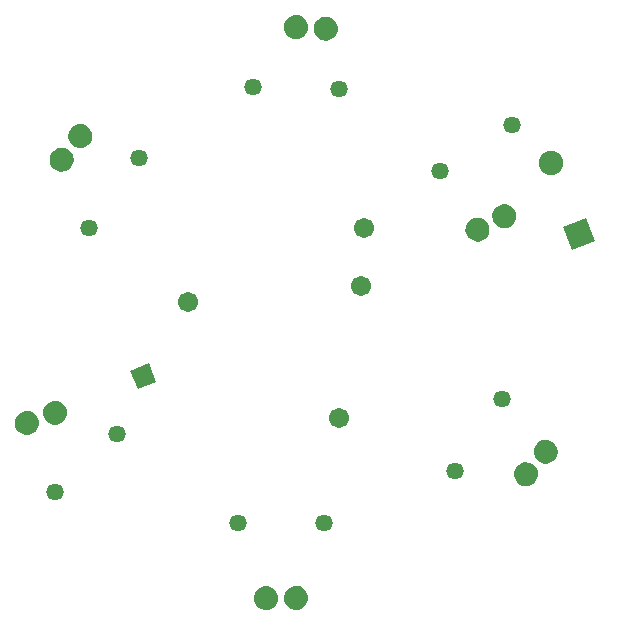
<source format=gbr>
G04 EAGLE Gerber RS-274X export*
G75*
%MOMM*%
%FSLAX34Y34*%
%LPD*%
%INSoldermask Bottom*%
%IPPOS*%
%AMOC8*
5,1,8,0,0,1.08239X$1,22.5*%
G01*
G04 Define Apertures*
%ADD10R,1.711200X1.711200*%
%ADD11C,1.711200*%
%ADD12C,1.703200*%
%ADD13C,1.463200*%
%ADD14R,2.070100X2.070100*%
%ADD15C,2.070100*%
G36*
X220383Y-122541D02*
X219229Y-124119D01*
X217814Y-125482D01*
X216154Y-126547D01*
X214318Y-127268D01*
X212377Y-127618D01*
X210404Y-127581D01*
X208477Y-127161D01*
X206669Y-126372D01*
X205052Y-125248D01*
X203794Y-123967D01*
X202780Y-122490D01*
X202037Y-120860D01*
X201589Y-119126D01*
X201449Y-117340D01*
X201621Y-115556D01*
X202101Y-113830D01*
X202872Y-112214D01*
X203918Y-110749D01*
X205235Y-109522D01*
X206739Y-108547D01*
X208388Y-107848D01*
X210134Y-107446D01*
X211923Y-107353D01*
X213702Y-107572D01*
X215415Y-108097D01*
X217011Y-108911D01*
X218443Y-109992D01*
X219767Y-111434D01*
X220787Y-113111D01*
X221460Y-114954D01*
X221760Y-116894D01*
X221677Y-118855D01*
X221212Y-120762D01*
X220383Y-122541D01*
G37*
G36*
X170241Y89929D02*
X171908Y90950D01*
X173734Y91674D01*
X175675Y92030D01*
X177647Y92001D01*
X179575Y91587D01*
X181386Y90805D01*
X183010Y89684D01*
X184383Y88269D01*
X185453Y86615D01*
X186131Y84953D01*
X186509Y83202D01*
X186577Y81411D01*
X186334Y79637D01*
X185786Y77931D01*
X184950Y76347D01*
X183851Y74931D01*
X182524Y73729D01*
X181000Y72770D01*
X179316Y72135D01*
X177555Y71803D01*
X175764Y71782D01*
X173996Y72073D01*
X172305Y72666D01*
X170743Y73543D01*
X169357Y74679D01*
X168190Y76038D01*
X167275Y77581D01*
X166597Y79418D01*
X166289Y81356D01*
X166366Y83318D01*
X166824Y85226D01*
X167646Y87009D01*
X168800Y88597D01*
X170241Y89929D01*
G37*
G36*
X-191795Y154302D02*
X-190733Y155944D01*
X-189400Y157386D01*
X-187804Y158545D01*
X-186012Y159371D01*
X-184094Y159831D01*
X-182123Y159908D01*
X-180175Y159599D01*
X-178325Y158916D01*
X-176645Y157887D01*
X-175316Y156681D01*
X-174218Y155265D01*
X-173383Y153680D01*
X-172836Y151974D01*
X-172593Y150199D01*
X-172662Y148409D01*
X-173041Y146658D01*
X-173719Y145000D01*
X-174679Y143477D01*
X-175923Y142176D01*
X-177368Y141116D01*
X-178974Y140323D01*
X-180694Y139822D01*
X-182475Y139626D01*
X-184263Y139743D01*
X-186003Y140168D01*
X-187644Y140889D01*
X-189135Y141885D01*
X-190541Y143249D01*
X-191655Y144864D01*
X-192434Y146666D01*
X-192845Y148585D01*
X-192874Y150548D01*
X-192520Y152478D01*
X-191795Y154302D01*
G37*
G36*
X-233106Y-84529D02*
X-231334Y-83703D01*
X-229438Y-83190D01*
X-227470Y-83056D01*
X-225513Y-83309D01*
X-223644Y-83938D01*
X-221933Y-84920D01*
X-220447Y-86217D01*
X-219243Y-87779D01*
X-218367Y-89543D01*
X-217882Y-91272D01*
X-217704Y-93054D01*
X-217839Y-94841D01*
X-218282Y-96576D01*
X-219020Y-98209D01*
X-220030Y-99689D01*
X-221281Y-100970D01*
X-222736Y-102015D01*
X-224359Y-102795D01*
X-226104Y-103236D01*
X-227891Y-103366D01*
X-229673Y-103184D01*
X-231397Y-102695D01*
X-233009Y-101914D01*
X-234462Y-100866D01*
X-235710Y-99580D01*
X-236717Y-98098D01*
X-237451Y-96461D01*
X-237917Y-94560D01*
X-238003Y-92599D01*
X-237704Y-90659D01*
X-237033Y-88814D01*
X-236015Y-87136D01*
X-234689Y-85689D01*
X-233106Y-84529D01*
G37*
G36*
X147510Y78595D02*
X149177Y79616D01*
X151003Y80341D01*
X152943Y80697D01*
X154915Y80667D01*
X156844Y80253D01*
X158655Y79471D01*
X160278Y78351D01*
X161652Y76936D01*
X162721Y75282D01*
X163400Y73619D01*
X163778Y71868D01*
X163846Y70078D01*
X163602Y68303D01*
X163054Y66598D01*
X162218Y65013D01*
X161120Y63598D01*
X159792Y62395D01*
X158269Y61437D01*
X156585Y60801D01*
X154824Y60470D01*
X153032Y60449D01*
X151264Y60739D01*
X149574Y61332D01*
X148012Y62210D01*
X146626Y63346D01*
X145458Y64705D01*
X144543Y66248D01*
X143865Y68084D01*
X143558Y70023D01*
X143635Y71984D01*
X144093Y73893D01*
X144915Y75675D01*
X146068Y77263D01*
X147510Y78595D01*
G37*
G36*
X-209238Y-75842D02*
X-207466Y-75016D01*
X-205569Y-74503D01*
X-203601Y-74369D01*
X-201645Y-74621D01*
X-199776Y-75251D01*
X-198065Y-76233D01*
X-196579Y-77530D01*
X-195374Y-79092D01*
X-194499Y-80856D01*
X-194013Y-82584D01*
X-193836Y-84367D01*
X-193971Y-86153D01*
X-194414Y-87889D01*
X-195151Y-89522D01*
X-196161Y-91001D01*
X-197413Y-92283D01*
X-198868Y-93328D01*
X-200490Y-94108D01*
X-202236Y-94548D01*
X-204023Y-94679D01*
X-205805Y-94497D01*
X-207529Y-94008D01*
X-209141Y-93227D01*
X-210594Y-92178D01*
X-211842Y-90893D01*
X-212848Y-89411D01*
X-213583Y-87774D01*
X-214049Y-85872D01*
X-214135Y-83911D01*
X-213836Y-81971D01*
X-213165Y-80127D01*
X-212147Y-78449D01*
X-210821Y-77002D01*
X-209238Y-75842D01*
G37*
G36*
X23968Y250678D02*
X25922Y250739D01*
X27867Y250464D01*
X29729Y249811D01*
X31427Y248808D01*
X32897Y247494D01*
X34083Y245917D01*
X34938Y244140D01*
X35430Y242229D01*
X35539Y240263D01*
X35305Y238483D01*
X34766Y236775D01*
X33938Y235186D01*
X32847Y233765D01*
X31526Y232555D01*
X30015Y231593D01*
X28359Y230908D01*
X26610Y230521D01*
X24812Y230443D01*
X23034Y230725D01*
X21340Y231310D01*
X19774Y232179D01*
X18382Y233307D01*
X17208Y234660D01*
X16286Y236196D01*
X15644Y237869D01*
X15304Y239628D01*
X15273Y241422D01*
X15594Y243354D01*
X16288Y245190D01*
X17326Y246855D01*
X18670Y248286D01*
X20267Y249427D01*
X22056Y250235D01*
X23968Y250678D01*
G37*
G36*
X203653Y-141653D02*
X202498Y-143230D01*
X201083Y-144593D01*
X199423Y-145659D01*
X197587Y-146380D01*
X195646Y-146729D01*
X193674Y-146692D01*
X191747Y-146272D01*
X189939Y-145483D01*
X188322Y-144359D01*
X187063Y-143078D01*
X186049Y-141602D01*
X185306Y-139971D01*
X184858Y-138237D01*
X184718Y-136451D01*
X184891Y-134668D01*
X185370Y-132942D01*
X186142Y-131325D01*
X187187Y-129860D01*
X188505Y-128633D01*
X190008Y-127658D01*
X191657Y-126959D01*
X193403Y-126557D01*
X195193Y-126464D01*
X196971Y-126683D01*
X198684Y-127208D01*
X200280Y-128023D01*
X201712Y-129103D01*
X203036Y-130545D01*
X204056Y-132222D01*
X204729Y-134066D01*
X205030Y-136005D01*
X204946Y-137966D01*
X204481Y-139873D01*
X203653Y-141653D01*
G37*
G36*
X-207398Y134260D02*
X-206336Y135901D01*
X-205002Y137343D01*
X-203406Y138503D01*
X-201615Y139328D01*
X-199697Y139788D01*
X-197726Y139865D01*
X-195778Y139556D01*
X-193927Y138873D01*
X-192248Y137844D01*
X-190919Y136638D01*
X-189821Y135222D01*
X-188986Y133637D01*
X-188438Y131931D01*
X-188196Y130156D01*
X-188265Y128366D01*
X-188644Y126615D01*
X-189322Y124957D01*
X-190282Y123434D01*
X-191526Y122134D01*
X-192970Y121074D01*
X-194577Y120281D01*
X-196297Y119779D01*
X-198078Y119583D01*
X-199866Y119700D01*
X-201606Y120125D01*
X-203246Y120846D01*
X-204738Y121842D01*
X-206143Y123206D01*
X-207258Y124821D01*
X-208036Y126623D01*
X-208448Y128542D01*
X-208477Y130505D01*
X-208123Y132435D01*
X-207398Y134260D01*
G37*
G36*
X-23304Y-251423D02*
X-25249Y-251616D01*
X-27209Y-251474D01*
X-29110Y-250950D01*
X-30873Y-250065D01*
X-32429Y-248853D01*
X-33719Y-247361D01*
X-34693Y-245645D01*
X-35314Y-243773D01*
X-35557Y-241819D01*
X-35444Y-240027D01*
X-35022Y-238286D01*
X-34305Y-236644D01*
X-33313Y-235152D01*
X-32077Y-233856D01*
X-30635Y-232793D01*
X-29030Y-231997D01*
X-27311Y-231492D01*
X-25522Y-231292D01*
X-23730Y-231453D01*
X-22000Y-231920D01*
X-20378Y-232681D01*
X-18913Y-233712D01*
X-17649Y-234982D01*
X-16624Y-236452D01*
X-15871Y-238078D01*
X-15411Y-239809D01*
X-15259Y-241597D01*
X-15448Y-243546D01*
X-16015Y-245425D01*
X-16938Y-247157D01*
X-18181Y-248676D01*
X-19696Y-249923D01*
X-21426Y-250851D01*
X-23304Y-251423D01*
G37*
G36*
X-1393Y252096D02*
X561Y252157D01*
X2507Y251881D01*
X4368Y251229D01*
X6067Y250226D01*
X7537Y248911D01*
X8722Y247335D01*
X9577Y245557D01*
X10069Y243647D01*
X10179Y241681D01*
X9944Y239901D01*
X9405Y238192D01*
X8578Y236604D01*
X7487Y235183D01*
X6166Y233973D01*
X4654Y233011D01*
X2999Y232326D01*
X1250Y231938D01*
X-548Y231861D01*
X-2326Y232143D01*
X-4020Y232727D01*
X-5586Y233597D01*
X-6978Y234725D01*
X-8153Y236078D01*
X-9075Y237614D01*
X-9716Y239287D01*
X-10057Y241046D01*
X-10087Y242840D01*
X-9766Y244771D01*
X-9073Y246608D01*
X-8034Y248273D01*
X-6691Y249704D01*
X-5094Y250845D01*
X-3305Y251653D01*
X-1393Y252096D01*
G37*
G36*
X2094Y-251112D02*
X149Y-251306D01*
X-1811Y-251164D01*
X-3712Y-250640D01*
X-5475Y-249755D01*
X-7031Y-248543D01*
X-8321Y-247050D01*
X-9295Y-245335D01*
X-9916Y-243463D01*
X-10159Y-241509D01*
X-10046Y-239717D01*
X-9624Y-237976D01*
X-8907Y-236334D01*
X-7915Y-234842D01*
X-6679Y-233545D01*
X-5237Y-232483D01*
X-3632Y-231687D01*
X-1913Y-231181D01*
X-124Y-230981D01*
X1669Y-231142D01*
X3398Y-231610D01*
X5020Y-232371D01*
X6485Y-233402D01*
X7749Y-234672D01*
X8774Y-236142D01*
X9527Y-237767D01*
X9987Y-239499D01*
X10139Y-241287D01*
X9950Y-243235D01*
X9383Y-245114D01*
X8460Y-246847D01*
X7217Y-248366D01*
X5702Y-249613D01*
X3972Y-250540D01*
X2094Y-251112D01*
G37*
D10*
G36*
X-118165Y-58206D02*
X-133973Y-64754D01*
X-140521Y-48946D01*
X-124713Y-42398D01*
X-118165Y-58206D01*
G37*
D11*
X55433Y22961D03*
D12*
X-91672Y9653D03*
X57996Y71648D03*
X36738Y-88692D03*
D13*
X121768Y120410D03*
X183032Y158990D03*
X-36196Y191005D03*
X36196Y189995D03*
X-175393Y72166D03*
X-133247Y131034D03*
X-151282Y-102358D03*
X-204318Y-151642D03*
X23499Y-178053D03*
X-48899Y-177547D03*
X174359Y-73168D03*
X134609Y-133681D03*
D14*
G36*
X245650Y79975D02*
X253270Y60729D01*
X234024Y53109D01*
X226404Y72355D01*
X245650Y79975D01*
G37*
D15*
X215900Y127000D03*
M02*

</source>
